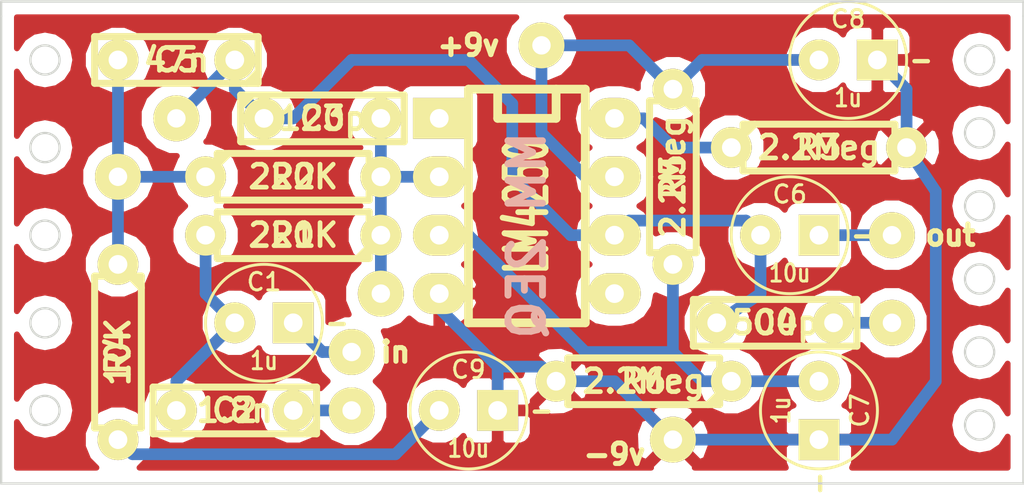
<source format=kicad_pcb>
(kicad_pcb (version 4) (host pcbnew "(2014-10-31 BZR 5247)-product")

  (general
    (links 32)
    (no_connects 0)
    (area 124.409999 40.513 168.960001 66.429128)
    (thickness 1.6)
    (drawings 22)
    (tracks 66)
    (zones 0)
    (modules 25)
    (nets 14)
  )

  (page A4)
  (layers
    (0 F.Cu signal)
    (31 B.Cu signal)
    (32 B.Adhes user)
    (33 F.Adhes user)
    (34 B.Paste user)
    (35 F.Paste user)
    (36 B.SilkS user)
    (37 F.SilkS user)
    (38 B.Mask user)
    (39 F.Mask user)
    (40 Dwgs.User user)
    (41 Cmts.User user)
    (42 Eco1.User user)
    (43 Eco2.User user)
    (44 Edge.Cuts user)
    (45 Margin user)
    (46 B.CrtYd user)
    (47 F.CrtYd user)
    (48 B.Fab user)
    (49 F.Fab user)
  )

  (setup
    (last_trace_width 0.508)
    (trace_clearance 0.508)
    (zone_clearance 0.508)
    (zone_45_only no)
    (trace_min 0.254)
    (segment_width 0.2)
    (edge_width 0.1)
    (via_size 0.889)
    (via_drill 0.635)
    (via_min_size 0.889)
    (via_min_drill 0.508)
    (uvia_size 0.508)
    (uvia_drill 0.127)
    (uvias_allowed no)
    (uvia_min_size 0.508)
    (uvia_min_drill 0.127)
    (pcb_text_width 0.3)
    (pcb_text_size 1.5 1.5)
    (mod_edge_width 0.15)
    (mod_text_size 1 1)
    (mod_text_width 0.15)
    (pad_size 1.5 1.5)
    (pad_drill 0.6)
    (pad_to_mask_clearance 0)
    (aux_axis_origin 0 0)
    (visible_elements 7FFEFF7F)
    (pcbplotparams
      (layerselection 0x00020_00000000)
      (usegerberextensions false)
      (excludeedgelayer false)
      (linewidth 0.100000)
      (plotframeref false)
      (viasonmask false)
      (mode 1)
      (useauxorigin false)
      (hpglpennumber 1)
      (hpglpenspeed 20)
      (hpglpendiameter 15)
      (hpglpenoverlay 2)
      (psnegative false)
      (psa4output false)
      (plotreference true)
      (plotvalue false)
      (plotinvisibletext false)
      (padsonsilk true)
      (subtractmaskfromsilk false)
      (outputformat 4)
      (mirror false)
      (drillshape 2)
      (scaleselection 1)
      (outputdirectory ""))
  )

  (net 0 "")
  (net 1 "Net-(C1-Pad1)")
  (net 2 "Net-(C3-Pad1)")
  (net 3 "Net-(C3-Pad2)")
  (net 4 "Net-(C5-Pad2)")
  (net 5 ref)
  (net 6 GND)
  (net 7 +9V)
  (net 8 "Net-(C9-Pad1)")
  (net 9 "Net-(R3-Pad1)")
  (net 10 "Net-(C1-Pad2)")
  (net 11 "Net-(C2-Pad1)")
  (net 12 "Net-(C4-Pad2)")
  (net 13 "Net-(C6-Pad2)")

  (net_class Default "This is the default net class."
    (clearance 0.508)
    (trace_width 0.508)
    (via_dia 0.889)
    (via_drill 0.635)
    (uvia_dia 0.508)
    (uvia_drill 0.127)
    (add_net +9V)
    (add_net GND)
    (add_net "Net-(C1-Pad1)")
    (add_net "Net-(C1-Pad2)")
    (add_net "Net-(C2-Pad1)")
    (add_net "Net-(C3-Pad1)")
    (add_net "Net-(C3-Pad2)")
    (add_net "Net-(C4-Pad2)")
    (add_net "Net-(C5-Pad2)")
    (add_net "Net-(C6-Pad2)")
    (add_net "Net-(C9-Pad1)")
    (add_net "Net-(R3-Pad1)")
    (add_net ref)
  )

  (module Custom:C1V5-LARGE_PADS (layer F.Cu) (tedit 544816F7) (tstamp 54498346)
    (at 135.89 57.15)
    (descr "Condensateur e = 1 pas")
    (tags C)
    (path /54496F72)
    (fp_text reference C1 (at 0 -1.778) (layer F.SilkS)
      (effects (font (size 0.762 0.762) (thickness 0.127)))
    )
    (fp_text value 1u (at 0 1.651) (layer F.SilkS)
      (effects (font (size 0.762 0.635) (thickness 0.127)))
    )
    (fp_text user - (at 3.175 0) (layer F.SilkS)
      (effects (font (size 0.762 0.762) (thickness 0.1905)))
    )
    (fp_circle (center 0 0) (end 0.127 -2.54) (layer F.SilkS) (width 0.127))
    (pad 1 thru_hole circle (at -1.27 0) (size 1.778 1.778) (drill 0.8128) (layers *.Cu *.Mask F.SilkS)
      (net 1 "Net-(C1-Pad1)"))
    (pad 2 thru_hole rect (at 1.27 0) (size 1.778 1.778) (drill 0.8128) (layers *.Cu *.Mask F.SilkS)
      (net 10 "Net-(C1-Pad2)"))
    (model discret/c_vert_c1v5.wrl
      (at (xyz 0 0 0))
      (scale (xyz 1 1 1))
      (rotate (xyz 0 0 0))
    )
  )

  (module Custom:C2-LARGE_PADS (layer F.Cu) (tedit 544816E5) (tstamp 5449834C)
    (at 134.62 60.96 180)
    (descr "Condensateur = 2 pas")
    (tags C)
    (path /54496F0A)
    (fp_text reference C2 (at 0 0 180) (layer F.SilkS)
      (effects (font (size 1 1) (thickness 0.2032)))
    )
    (fp_text value 1.8n (at 0 0 180) (layer F.SilkS)
      (effects (font (size 1 1) (thickness 0.2032)))
    )
    (fp_line (start -3.556 -1.016) (end 3.556 -1.016) (layer F.SilkS) (width 0.3048))
    (fp_line (start 3.556 -1.016) (end 3.556 1.016) (layer F.SilkS) (width 0.3048))
    (fp_line (start 3.556 1.016) (end -3.556 1.016) (layer F.SilkS) (width 0.3048))
    (fp_line (start -3.556 1.016) (end -3.556 -1.016) (layer F.SilkS) (width 0.3048))
    (fp_line (start -3.556 -0.508) (end -3.048 -1.016) (layer F.SilkS) (width 0.3048))
    (pad 1 thru_hole circle (at -2.54 0 180) (size 1.778 1.778) (drill 0.8128) (layers *.Cu *.Mask F.SilkS)
      (net 11 "Net-(C2-Pad1)"))
    (pad 2 thru_hole circle (at 2.54 0 180) (size 1.778 1.778) (drill 0.8128) (layers *.Cu *.Mask F.SilkS)
      (net 1 "Net-(C1-Pad1)"))
    (model discret/capa_2pas_5x5mm.wrl
      (at (xyz 0 0 0))
      (scale (xyz 1 1 1))
      (rotate (xyz 0 0 0))
    )
  )

  (module Custom:C2-LARGE_PADS locked (layer F.Cu) (tedit 544816E5) (tstamp 54498352)
    (at 138.43 48.26)
    (descr "Condensateur = 2 pas")
    (tags C)
    (path /54496DEE)
    (fp_text reference C3 (at 0 0) (layer F.SilkS)
      (effects (font (size 1 1) (thickness 0.2032)))
    )
    (fp_text value 120p (at 0 0) (layer F.SilkS)
      (effects (font (size 1 1) (thickness 0.2032)))
    )
    (fp_line (start -3.556 -1.016) (end 3.556 -1.016) (layer F.SilkS) (width 0.3048))
    (fp_line (start 3.556 -1.016) (end 3.556 1.016) (layer F.SilkS) (width 0.3048))
    (fp_line (start 3.556 1.016) (end -3.556 1.016) (layer F.SilkS) (width 0.3048))
    (fp_line (start -3.556 1.016) (end -3.556 -1.016) (layer F.SilkS) (width 0.3048))
    (fp_line (start -3.556 -0.508) (end -3.048 -1.016) (layer F.SilkS) (width 0.3048))
    (pad 1 thru_hole circle (at -2.54 0) (size 1.778 1.778) (drill 0.8128) (layers *.Cu *.Mask F.SilkS)
      (net 2 "Net-(C3-Pad1)"))
    (pad 2 thru_hole circle (at 2.54 0) (size 1.778 1.778) (drill 0.8128) (layers *.Cu *.Mask F.SilkS)
      (net 3 "Net-(C3-Pad2)"))
    (model discret/capa_2pas_5x5mm.wrl
      (at (xyz 0 0 0))
      (scale (xyz 1 1 1))
      (rotate (xyz 0 0 0))
    )
  )

  (module Custom:C2-LARGE_PADS (layer F.Cu) (tedit 544816E5) (tstamp 544A5383)
    (at 158.115 57.15)
    (descr "Condensateur = 2 pas")
    (tags C)
    (path /54496F42)
    (fp_text reference C4 (at 0 0) (layer F.SilkS)
      (effects (font (size 1 1) (thickness 0.2032)))
    )
    (fp_text value 500p (at 0 0) (layer F.SilkS)
      (effects (font (size 1 1) (thickness 0.2032)))
    )
    (fp_line (start -3.556 -1.016) (end 3.556 -1.016) (layer F.SilkS) (width 0.3048))
    (fp_line (start 3.556 -1.016) (end 3.556 1.016) (layer F.SilkS) (width 0.3048))
    (fp_line (start 3.556 1.016) (end -3.556 1.016) (layer F.SilkS) (width 0.3048))
    (fp_line (start -3.556 1.016) (end -3.556 -1.016) (layer F.SilkS) (width 0.3048))
    (fp_line (start -3.556 -0.508) (end -3.048 -1.016) (layer F.SilkS) (width 0.3048))
    (pad 1 thru_hole circle (at -2.54 0) (size 1.778 1.778) (drill 0.8128) (layers *.Cu *.Mask F.SilkS)
      (net 2 "Net-(C3-Pad1)"))
    (pad 2 thru_hole circle (at 2.54 0) (size 1.778 1.778) (drill 0.8128) (layers *.Cu *.Mask F.SilkS)
      (net 12 "Net-(C4-Pad2)"))
    (model discret/capa_2pas_5x5mm.wrl
      (at (xyz 0 0 0))
      (scale (xyz 1 1 1))
      (rotate (xyz 0 0 0))
    )
  )

  (module Custom:C2-LARGE_PADS (layer F.Cu) (tedit 544816E5) (tstamp 5449835E)
    (at 132.08 45.72 180)
    (descr "Condensateur = 2 pas")
    (tags C)
    (path /54496E83)
    (fp_text reference C5 (at 0 0 180) (layer F.SilkS)
      (effects (font (size 1 1) (thickness 0.2032)))
    )
    (fp_text value 47n (at 0 0 180) (layer F.SilkS)
      (effects (font (size 1 1) (thickness 0.2032)))
    )
    (fp_line (start -3.556 -1.016) (end 3.556 -1.016) (layer F.SilkS) (width 0.3048))
    (fp_line (start 3.556 -1.016) (end 3.556 1.016) (layer F.SilkS) (width 0.3048))
    (fp_line (start 3.556 1.016) (end -3.556 1.016) (layer F.SilkS) (width 0.3048))
    (fp_line (start -3.556 1.016) (end -3.556 -1.016) (layer F.SilkS) (width 0.3048))
    (fp_line (start -3.556 -0.508) (end -3.048 -1.016) (layer F.SilkS) (width 0.3048))
    (pad 1 thru_hole circle (at -2.54 0 180) (size 1.778 1.778) (drill 0.8128) (layers *.Cu *.Mask F.SilkS)
      (net 2 "Net-(C3-Pad1)"))
    (pad 2 thru_hole circle (at 2.54 0 180) (size 1.778 1.778) (drill 0.8128) (layers *.Cu *.Mask F.SilkS)
      (net 4 "Net-(C5-Pad2)"))
    (model discret/capa_2pas_5x5mm.wrl
      (at (xyz 0 0 0))
      (scale (xyz 1 1 1))
      (rotate (xyz 0 0 0))
    )
  )

  (module Custom:C1V5-LARGE_PADS (layer F.Cu) (tedit 544816F7) (tstamp 54498364)
    (at 158.75 53.34)
    (descr "Condensateur e = 1 pas")
    (tags C)
    (path /54496FDD)
    (fp_text reference C6 (at 0 -1.778) (layer F.SilkS)
      (effects (font (size 0.762 0.762) (thickness 0.127)))
    )
    (fp_text value 10u (at 0 1.651) (layer F.SilkS)
      (effects (font (size 0.762 0.635) (thickness 0.127)))
    )
    (fp_text user - (at 3.175 0) (layer F.SilkS)
      (effects (font (size 0.762 0.762) (thickness 0.1905)))
    )
    (fp_circle (center 0 0) (end 0.127 -2.54) (layer F.SilkS) (width 0.127))
    (pad 1 thru_hole circle (at -1.27 0) (size 1.778 1.778) (drill 0.8128) (layers *.Cu *.Mask F.SilkS)
      (net 2 "Net-(C3-Pad1)"))
    (pad 2 thru_hole rect (at 1.27 0) (size 1.778 1.778) (drill 0.8128) (layers *.Cu *.Mask F.SilkS)
      (net 13 "Net-(C6-Pad2)"))
    (model discret/c_vert_c1v5.wrl
      (at (xyz 0 0 0))
      (scale (xyz 1 1 1))
      (rotate (xyz 0 0 0))
    )
  )

  (module Custom:C1V5-LARGE_PADS (layer F.Cu) (tedit 544816F7) (tstamp 5449836A)
    (at 160.02 60.96 270)
    (descr "Condensateur e = 1 pas")
    (tags C)
    (path /5449C54A)
    (fp_text reference C7 (at 0 -1.778 270) (layer F.SilkS)
      (effects (font (size 0.762 0.762) (thickness 0.127)))
    )
    (fp_text value 1u (at 0 1.651 270) (layer F.SilkS)
      (effects (font (size 0.762 0.635) (thickness 0.127)))
    )
    (fp_text user - (at 3.175 0 270) (layer F.SilkS)
      (effects (font (size 0.762 0.762) (thickness 0.1905)))
    )
    (fp_circle (center 0 0) (end 0.127 -2.54) (layer F.SilkS) (width 0.127))
    (pad 1 thru_hole circle (at -1.27 0 270) (size 1.778 1.778) (drill 0.8128) (layers *.Cu *.Mask F.SilkS)
      (net 5 ref))
    (pad 2 thru_hole rect (at 1.27 0 270) (size 1.778 1.778) (drill 0.8128) (layers *.Cu *.Mask F.SilkS)
      (net 6 GND))
    (model discret/c_vert_c1v5.wrl
      (at (xyz 0 0 0))
      (scale (xyz 1 1 1))
      (rotate (xyz 0 0 0))
    )
  )

  (module Custom:C1V5-LARGE_PADS (layer F.Cu) (tedit 544816F7) (tstamp 54498370)
    (at 161.29 45.72)
    (descr "Condensateur e = 1 pas")
    (tags C)
    (path /5449C586)
    (fp_text reference C8 (at 0 -1.778) (layer F.SilkS)
      (effects (font (size 0.762 0.762) (thickness 0.127)))
    )
    (fp_text value 1u (at 0 1.651) (layer F.SilkS)
      (effects (font (size 0.762 0.635) (thickness 0.127)))
    )
    (fp_text user - (at 3.175 0) (layer F.SilkS)
      (effects (font (size 0.762 0.762) (thickness 0.1905)))
    )
    (fp_circle (center 0 0) (end 0.127 -2.54) (layer F.SilkS) (width 0.127))
    (pad 1 thru_hole circle (at -1.27 0) (size 1.778 1.778) (drill 0.8128) (layers *.Cu *.Mask F.SilkS)
      (net 7 +9V))
    (pad 2 thru_hole rect (at 1.27 0) (size 1.778 1.778) (drill 0.8128) (layers *.Cu *.Mask F.SilkS)
      (net 6 GND))
    (model discret/c_vert_c1v5.wrl
      (at (xyz 0 0 0))
      (scale (xyz 1 1 1))
      (rotate (xyz 0 0 0))
    )
  )

  (module Custom:C1V5-LARGE_PADS (layer F.Cu) (tedit 544816F7) (tstamp 54498376)
    (at 144.78 60.96)
    (descr "Condensateur e = 1 pas")
    (tags C)
    (path /54497AD6)
    (fp_text reference C9 (at 0 -1.778) (layer F.SilkS)
      (effects (font (size 0.762 0.762) (thickness 0.127)))
    )
    (fp_text value 10u (at 0 1.651) (layer F.SilkS)
      (effects (font (size 0.762 0.635) (thickness 0.127)))
    )
    (fp_text user - (at 3.175 0) (layer F.SilkS)
      (effects (font (size 0.762 0.762) (thickness 0.1905)))
    )
    (fp_circle (center 0 0) (end 0.127 -2.54) (layer F.SilkS) (width 0.127))
    (pad 1 thru_hole circle (at -1.27 0) (size 1.778 1.778) (drill 0.8128) (layers *.Cu *.Mask F.SilkS)
      (net 8 "Net-(C9-Pad1)"))
    (pad 2 thru_hole rect (at 1.27 0) (size 1.778 1.778) (drill 0.8128) (layers *.Cu *.Mask F.SilkS)
      (net 6 GND))
    (model discret/c_vert_c1v5.wrl
      (at (xyz 0 0 0))
      (scale (xyz 1 1 1))
      (rotate (xyz 0 0 0))
    )
  )

  (module Custom:R3-LARGE_PADS locked (layer F.Cu) (tedit 544816C3) (tstamp 5449837C)
    (at 137.16 53.34 180)
    (descr "Resitance 3 pas")
    (tags R)
    (path /54496D20)
    (autoplace_cost180 10)
    (fp_text reference R1 (at 0 0 180) (layer F.SilkS)
      (effects (font (size 1 1) (thickness 0.2032)))
    )
    (fp_text value 220K (at 0 0 180) (layer F.SilkS)
      (effects (font (size 1 1) (thickness 0.2032)))
    )
    (fp_line (start -3.81 0) (end -3.302 0) (layer F.SilkS) (width 0.3048))
    (fp_line (start 3.81 0) (end 3.302 0) (layer F.SilkS) (width 0.3048))
    (fp_line (start 3.302 0) (end 3.302 -1.016) (layer F.SilkS) (width 0.3048))
    (fp_line (start 3.302 -1.016) (end -3.302 -1.016) (layer F.SilkS) (width 0.3048))
    (fp_line (start -3.302 -1.016) (end -3.302 1.016) (layer F.SilkS) (width 0.3048))
    (fp_line (start -3.302 1.016) (end 3.302 1.016) (layer F.SilkS) (width 0.3048))
    (fp_line (start 3.302 1.016) (end 3.302 0) (layer F.SilkS) (width 0.3048))
    (fp_line (start -3.302 -0.508) (end -2.794 -1.016) (layer F.SilkS) (width 0.3048))
    (pad 1 thru_hole circle (at -3.81 0 180) (size 1.778 1.778) (drill 0.8128) (layers *.Cu *.Mask F.SilkS)
      (net 3 "Net-(C3-Pad2)"))
    (pad 2 thru_hole circle (at 3.81 0 180) (size 1.778 1.778) (drill 0.8128) (layers *.Cu *.Mask F.SilkS)
      (net 1 "Net-(C1-Pad1)"))
    (model discret/resistor.wrl
      (at (xyz 0 0 0))
      (scale (xyz 0.3 0.3 0.3))
      (rotate (xyz 0 0 0))
    )
  )

  (module Custom:R3-LARGE_PADS locked (layer F.Cu) (tedit 544816C3) (tstamp 54498382)
    (at 137.16 50.8)
    (descr "Resitance 3 pas")
    (tags R)
    (path /544977F3)
    (autoplace_cost180 10)
    (fp_text reference R2 (at 0 0) (layer F.SilkS)
      (effects (font (size 1 1) (thickness 0.2032)))
    )
    (fp_text value 220K (at 0 0) (layer F.SilkS)
      (effects (font (size 1 1) (thickness 0.2032)))
    )
    (fp_line (start -3.81 0) (end -3.302 0) (layer F.SilkS) (width 0.3048))
    (fp_line (start 3.81 0) (end 3.302 0) (layer F.SilkS) (width 0.3048))
    (fp_line (start 3.302 0) (end 3.302 -1.016) (layer F.SilkS) (width 0.3048))
    (fp_line (start 3.302 -1.016) (end -3.302 -1.016) (layer F.SilkS) (width 0.3048))
    (fp_line (start -3.302 -1.016) (end -3.302 1.016) (layer F.SilkS) (width 0.3048))
    (fp_line (start -3.302 1.016) (end 3.302 1.016) (layer F.SilkS) (width 0.3048))
    (fp_line (start 3.302 1.016) (end 3.302 0) (layer F.SilkS) (width 0.3048))
    (fp_line (start -3.302 -0.508) (end -2.794 -1.016) (layer F.SilkS) (width 0.3048))
    (pad 1 thru_hole circle (at -3.81 0) (size 1.778 1.778) (drill 0.8128) (layers *.Cu *.Mask F.SilkS)
      (net 4 "Net-(C5-Pad2)"))
    (pad 2 thru_hole circle (at 3.81 0) (size 1.778 1.778) (drill 0.8128) (layers *.Cu *.Mask F.SilkS)
      (net 3 "Net-(C3-Pad2)"))
    (model discret/resistor.wrl
      (at (xyz 0 0 0))
      (scale (xyz 0.3 0.3 0.3))
      (rotate (xyz 0 0 0))
    )
  )

  (module Custom:R3-LARGE_PADS (layer F.Cu) (tedit 544816C3) (tstamp 54498388)
    (at 160.02 49.53)
    (descr "Resitance 3 pas")
    (tags R)
    (path /54496CF3)
    (autoplace_cost180 10)
    (fp_text reference R3 (at 0 0) (layer F.SilkS)
      (effects (font (size 1 1) (thickness 0.2032)))
    )
    (fp_text value 2.2Meg (at 0 0) (layer F.SilkS)
      (effects (font (size 1 1) (thickness 0.2032)))
    )
    (fp_line (start -3.81 0) (end -3.302 0) (layer F.SilkS) (width 0.3048))
    (fp_line (start 3.81 0) (end 3.302 0) (layer F.SilkS) (width 0.3048))
    (fp_line (start 3.302 0) (end 3.302 -1.016) (layer F.SilkS) (width 0.3048))
    (fp_line (start 3.302 -1.016) (end -3.302 -1.016) (layer F.SilkS) (width 0.3048))
    (fp_line (start -3.302 -1.016) (end -3.302 1.016) (layer F.SilkS) (width 0.3048))
    (fp_line (start -3.302 1.016) (end 3.302 1.016) (layer F.SilkS) (width 0.3048))
    (fp_line (start 3.302 1.016) (end 3.302 0) (layer F.SilkS) (width 0.3048))
    (fp_line (start -3.302 -0.508) (end -2.794 -1.016) (layer F.SilkS) (width 0.3048))
    (pad 1 thru_hole circle (at -3.81 0) (size 1.778 1.778) (drill 0.8128) (layers *.Cu *.Mask F.SilkS)
      (net 9 "Net-(R3-Pad1)"))
    (pad 2 thru_hole circle (at 3.81 0) (size 1.778 1.778) (drill 0.8128) (layers *.Cu *.Mask F.SilkS)
      (net 6 GND))
    (model discret/resistor.wrl
      (at (xyz 0 0 0))
      (scale (xyz 0.3 0.3 0.3))
      (rotate (xyz 0 0 0))
    )
  )

  (module Custom:R3-LARGE_PADS (layer F.Cu) (tedit 544816C3) (tstamp 5449838E)
    (at 129.54 58.42 270)
    (descr "Resitance 3 pas")
    (tags R)
    (path /54497A94)
    (autoplace_cost180 10)
    (fp_text reference R4 (at 0 0 270) (layer F.SilkS)
      (effects (font (size 1 1) (thickness 0.2032)))
    )
    (fp_text value 10K (at 0 0 270) (layer F.SilkS)
      (effects (font (size 1 1) (thickness 0.2032)))
    )
    (fp_line (start -3.81 0) (end -3.302 0) (layer F.SilkS) (width 0.3048))
    (fp_line (start 3.81 0) (end 3.302 0) (layer F.SilkS) (width 0.3048))
    (fp_line (start 3.302 0) (end 3.302 -1.016) (layer F.SilkS) (width 0.3048))
    (fp_line (start 3.302 -1.016) (end -3.302 -1.016) (layer F.SilkS) (width 0.3048))
    (fp_line (start -3.302 -1.016) (end -3.302 1.016) (layer F.SilkS) (width 0.3048))
    (fp_line (start -3.302 1.016) (end 3.302 1.016) (layer F.SilkS) (width 0.3048))
    (fp_line (start 3.302 1.016) (end 3.302 0) (layer F.SilkS) (width 0.3048))
    (fp_line (start -3.302 -0.508) (end -2.794 -1.016) (layer F.SilkS) (width 0.3048))
    (pad 1 thru_hole circle (at -3.81 0 270) (size 1.778 1.778) (drill 0.8128) (layers *.Cu *.Mask F.SilkS)
      (net 4 "Net-(C5-Pad2)"))
    (pad 2 thru_hole circle (at 3.81 0 270) (size 1.778 1.778) (drill 0.8128) (layers *.Cu *.Mask F.SilkS)
      (net 8 "Net-(C9-Pad1)"))
    (model discret/resistor.wrl
      (at (xyz 0 0 0))
      (scale (xyz 0.3 0.3 0.3))
      (rotate (xyz 0 0 0))
    )
  )

  (module Custom:R3-LARGE_PADS (layer F.Cu) (tedit 544816C3) (tstamp 54498394)
    (at 153.67 50.8 270)
    (descr "Resitance 3 pas")
    (tags R)
    (path /5449C4D1)
    (autoplace_cost180 10)
    (fp_text reference R5 (at 0 0 270) (layer F.SilkS)
      (effects (font (size 1 1) (thickness 0.2032)))
    )
    (fp_text value 2.2Meg (at 0 0 270) (layer F.SilkS)
      (effects (font (size 1 1) (thickness 0.2032)))
    )
    (fp_line (start -3.81 0) (end -3.302 0) (layer F.SilkS) (width 0.3048))
    (fp_line (start 3.81 0) (end 3.302 0) (layer F.SilkS) (width 0.3048))
    (fp_line (start 3.302 0) (end 3.302 -1.016) (layer F.SilkS) (width 0.3048))
    (fp_line (start 3.302 -1.016) (end -3.302 -1.016) (layer F.SilkS) (width 0.3048))
    (fp_line (start -3.302 -1.016) (end -3.302 1.016) (layer F.SilkS) (width 0.3048))
    (fp_line (start -3.302 1.016) (end 3.302 1.016) (layer F.SilkS) (width 0.3048))
    (fp_line (start 3.302 1.016) (end 3.302 0) (layer F.SilkS) (width 0.3048))
    (fp_line (start -3.302 -0.508) (end -2.794 -1.016) (layer F.SilkS) (width 0.3048))
    (pad 1 thru_hole circle (at -3.81 0 270) (size 1.778 1.778) (drill 0.8128) (layers *.Cu *.Mask F.SilkS)
      (net 7 +9V))
    (pad 2 thru_hole circle (at 3.81 0 270) (size 1.778 1.778) (drill 0.8128) (layers *.Cu *.Mask F.SilkS)
      (net 5 ref))
    (model discret/resistor.wrl
      (at (xyz 0 0 0))
      (scale (xyz 0.3 0.3 0.3))
      (rotate (xyz 0 0 0))
    )
  )

  (module Custom:R3-LARGE_PADS (layer F.Cu) (tedit 544816C3) (tstamp 5449839A)
    (at 152.4 59.69 180)
    (descr "Resitance 3 pas")
    (tags R)
    (path /5449C50F)
    (autoplace_cost180 10)
    (fp_text reference R6 (at 0 0 180) (layer F.SilkS)
      (effects (font (size 1 1) (thickness 0.2032)))
    )
    (fp_text value 2.2Meg (at 0 0 180) (layer F.SilkS)
      (effects (font (size 1 1) (thickness 0.2032)))
    )
    (fp_line (start -3.81 0) (end -3.302 0) (layer F.SilkS) (width 0.3048))
    (fp_line (start 3.81 0) (end 3.302 0) (layer F.SilkS) (width 0.3048))
    (fp_line (start 3.302 0) (end 3.302 -1.016) (layer F.SilkS) (width 0.3048))
    (fp_line (start 3.302 -1.016) (end -3.302 -1.016) (layer F.SilkS) (width 0.3048))
    (fp_line (start -3.302 -1.016) (end -3.302 1.016) (layer F.SilkS) (width 0.3048))
    (fp_line (start -3.302 1.016) (end 3.302 1.016) (layer F.SilkS) (width 0.3048))
    (fp_line (start 3.302 1.016) (end 3.302 0) (layer F.SilkS) (width 0.3048))
    (fp_line (start -3.302 -0.508) (end -2.794 -1.016) (layer F.SilkS) (width 0.3048))
    (pad 1 thru_hole circle (at -3.81 0 180) (size 1.778 1.778) (drill 0.8128) (layers *.Cu *.Mask F.SilkS)
      (net 5 ref))
    (pad 2 thru_hole circle (at 3.81 0 180) (size 1.778 1.778) (drill 0.8128) (layers *.Cu *.Mask F.SilkS)
      (net 6 GND))
    (model discret/resistor.wrl
      (at (xyz 0 0 0))
      (scale (xyz 0.3 0.3 0.3))
      (rotate (xyz 0 0 0))
    )
  )

  (module Custom:DIP-8_LARGE_PADS (layer F.Cu) (tedit 544A52EB) (tstamp 544983A6)
    (at 147.32 52.07 270)
    (descr "8 pins DIL package, elliptical pads")
    (tags DIL)
    (path /54496CAB)
    (fp_text reference U1 (at -6.35 0 360) (layer F.SilkS) hide
      (effects (font (size 1.778 1.143) (thickness 0.28575)))
    )
    (fp_text value LM4250 (at 0 0 270) (layer F.SilkS)
      (effects (font (size 1.778 1.016) (thickness 0.3048)))
    )
    (fp_line (start -5.08 -1.27) (end -3.81 -1.27) (layer F.SilkS) (width 0.381))
    (fp_line (start -3.81 -1.27) (end -3.81 1.27) (layer F.SilkS) (width 0.381))
    (fp_line (start -3.81 1.27) (end -5.08 1.27) (layer F.SilkS) (width 0.381))
    (fp_line (start -5.08 -2.54) (end 5.08 -2.54) (layer F.SilkS) (width 0.381))
    (fp_line (start 5.08 -2.54) (end 5.08 2.54) (layer F.SilkS) (width 0.381))
    (fp_line (start 5.08 2.54) (end -5.08 2.54) (layer F.SilkS) (width 0.381))
    (fp_line (start -5.08 2.54) (end -5.08 -2.54) (layer F.SilkS) (width 0.381))
    (pad 1 thru_hole rect (at -3.81 3.81 270) (size 1.778 2.286) (drill 0.8128) (layers *.Cu *.Mask F.SilkS))
    (pad 2 thru_hole oval (at -1.27 3.81 270) (size 1.778 2.286) (drill 0.8128) (layers *.Cu *.Mask F.SilkS)
      (net 3 "Net-(C3-Pad2)"))
    (pad 3 thru_hole oval (at 1.27 3.81 270) (size 1.778 2.286) (drill 0.8128) (layers *.Cu *.Mask F.SilkS)
      (net 5 ref))
    (pad 4 thru_hole oval (at 3.81 3.81 270) (size 1.778 2.286) (drill 0.8128) (layers *.Cu *.Mask F.SilkS)
      (net 6 GND))
    (pad 5 thru_hole oval (at 3.81 -3.81 270) (size 1.778 2.286) (drill 0.8128) (layers *.Cu *.Mask F.SilkS))
    (pad 6 thru_hole oval (at 1.27 -3.81 270) (size 1.778 2.286) (drill 0.8128) (layers *.Cu *.Mask F.SilkS)
      (net 2 "Net-(C3-Pad1)"))
    (pad 7 thru_hole oval (at -1.27 -3.81 270) (size 1.778 2.286) (drill 0.8128) (layers *.Cu *.Mask F.SilkS)
      (net 7 +9V))
    (pad 8 thru_hole oval (at -3.81 -3.81 270) (size 1.778 2.286) (drill 0.8128) (layers *.Cu *.Mask F.SilkS)
      (net 9 "Net-(R3-Pad1)"))
    (model dil/dil_8.wrl
      (at (xyz 0 0 0))
      (scale (xyz 1 1 1))
      (rotate (xyz 0 0 0))
    )
  )

  (module Wire_Pads:SolderWirePad_single_0-8mmDrill (layer F.Cu) (tedit 544A53D2) (tstamp 544A4F66)
    (at 139.7 58.42)
    (path /5449ABBF)
    (fp_text reference P1 (at 0 -2.54) (layer F.SilkS) hide
      (effects (font (thickness 0.3048)))
    )
    (fp_text value in (at 0 2.54) (layer F.SilkS) hide
      (effects (font (size 1.50114 1.50114) (thickness 0.20066)))
    )
    (pad 1 thru_hole circle (at 0 0) (size 1.99898 1.99898) (drill 0.8001) (layers *.Cu *.Mask F.SilkS)
      (net 10 "Net-(C1-Pad2)"))
  )

  (module Wire_Pads:SolderWirePad_single_0-8mmDrill (layer F.Cu) (tedit 544A53CE) (tstamp 544A4F6B)
    (at 139.7 60.96)
    (path /5449833A)
    (fp_text reference P2 (at 0 -2.54) (layer F.SilkS) hide
      (effects (font (thickness 0.3048)))
    )
    (fp_text value rv1.1 (at 0 2.54) (layer F.SilkS) hide
      (effects (font (size 1.50114 1.50114) (thickness 0.20066)))
    )
    (pad 1 thru_hole circle (at 0 0) (size 1.99898 1.99898) (drill 0.8001) (layers *.Cu *.Mask F.SilkS)
      (net 11 "Net-(C2-Pad1)"))
  )

  (module Wire_Pads:SolderWirePad_single_0-8mmDrill locked (layer F.Cu) (tedit 544A53D6) (tstamp 544A4F70)
    (at 140.97 55.88)
    (path /54498426)
    (fp_text reference P3 (at 0 -2.54) (layer F.SilkS) hide
      (effects (font (thickness 0.3048)))
    )
    (fp_text value rv1.2 (at 0 2.54) (layer F.SilkS) hide
      (effects (font (size 1.50114 1.50114) (thickness 0.20066)))
    )
    (pad 1 thru_hole circle (at 0 0) (size 1.99898 1.99898) (drill 0.8001) (layers *.Cu *.Mask F.SilkS)
      (net 3 "Net-(C3-Pad2)"))
  )

  (module Wire_Pads:SolderWirePad_single_0-8mmDrill (layer F.Cu) (tedit 544A53C2) (tstamp 544A5ED1)
    (at 163.195 57.15)
    (path /54498452)
    (fp_text reference P4 (at 0 -2.54) (layer F.SilkS) hide
      (effects (font (thickness 0.3048)))
    )
    (fp_text value rv1.3 (at 0 2.54) (layer F.SilkS) hide
      (effects (font (size 1.50114 1.50114) (thickness 0.20066)))
    )
    (pad 1 thru_hole circle (at 0 0) (size 1.99898 1.99898) (drill 0.8001) (layers *.Cu *.Mask F.SilkS)
      (net 12 "Net-(C4-Pad2)"))
  )

  (module Wire_Pads:SolderWirePad_single_0-8mmDrill (layer F.Cu) (tedit 544A53BE) (tstamp 544A4F7A)
    (at 129.54 50.8)
    (path /5449A05B)
    (fp_text reference P5 (at 0 -2.54) (layer F.SilkS) hide
      (effects (font (thickness 0.3048)))
    )
    (fp_text value rv2.3 (at 0 2.54) (layer F.SilkS) hide
      (effects (font (size 1.50114 1.50114) (thickness 0.20066)))
    )
    (pad 1 thru_hole circle (at 0 0) (size 1.99898 1.99898) (drill 0.8001) (layers *.Cu *.Mask F.SilkS)
      (net 4 "Net-(C5-Pad2)"))
  )

  (module Wire_Pads:SolderWirePad_single_0-8mmDrill (layer F.Cu) (tedit 544A583F) (tstamp 544A4F7F)
    (at 132.08 48.26)
    (path /5449A0F5)
    (fp_text reference P6 (at 0 -2.54) (layer F.SilkS) hide
      (effects (font (thickness 0.3048)))
    )
    (fp_text value rv2.2 (at 0 2.54) (layer F.SilkS) hide
      (effects (font (size 1.50114 1.50114) (thickness 0.20066)))
    )
    (pad 1 thru_hole circle (at 0 0) (size 1.99898 1.99898) (drill 0.8001) (layers *.Cu *.Mask F.SilkS)
      (net 2 "Net-(C3-Pad1)"))
  )

  (module Wire_Pads:SolderWirePad_single_0-8mmDrill (layer F.Cu) (tedit 544A53BA) (tstamp 544A4F84)
    (at 163.195 53.34)
    (path /54499271)
    (fp_text reference P7 (at 0 -2.54) (layer F.SilkS) hide
      (effects (font (thickness 0.3048)))
    )
    (fp_text value out (at 0 2.54) (layer F.SilkS) hide
      (effects (font (size 1.50114 1.50114) (thickness 0.20066)))
    )
    (pad 1 thru_hole circle (at 0 0) (size 1.99898 1.99898) (drill 0.8001) (layers *.Cu *.Mask F.SilkS)
      (net 13 "Net-(C6-Pad2)"))
  )

  (module Wire_Pads:SolderWirePad_single_0-8mmDrill (layer F.Cu) (tedit 544A53A7) (tstamp 544A4F89)
    (at 147.955 45.085)
    (path /5449D063)
    (fp_text reference P8 (at 0 -2.54) (layer F.SilkS) hide
      (effects (font (thickness 0.3048)))
    )
    (fp_text value +9V (at 0 2.54) (layer F.SilkS) hide
      (effects (font (size 1.50114 1.50114) (thickness 0.20066)))
    )
    (pad 1 thru_hole circle (at 0 0) (size 1.99898 1.99898) (drill 0.8001) (layers *.Cu *.Mask F.SilkS)
      (net 7 +9V))
  )

  (module Wire_Pads:SolderWirePad_single_0-8mmDrill (layer F.Cu) (tedit 544A53C9) (tstamp 544A4F8E)
    (at 153.67 62.23)
    (path /5449D96D)
    (fp_text reference P9 (at 0 -2.54) (layer F.SilkS) hide
      (effects (font (thickness 0.3048)))
    )
    (fp_text value Gnd (at 0 2.54) (layer F.SilkS) hide
      (effects (font (size 1.50114 1.50114) (thickness 0.20066)))
    )
    (pad 1 thru_hole circle (at 0 0) (size 1.99898 1.99898) (drill 0.8001) (layers *.Cu *.Mask F.SilkS)
      (net 6 GND))
  )

  (gr_text "MM 2EQ" (at 147.32 53.34 90) (layer B.SilkS)
    (effects (font (size 1.5 1.5) (thickness 0.3)) (justify mirror))
  )
  (gr_text out (at 165.735 53.34) (layer F.SilkS)
    (effects (font (size 0.889 0.889) (thickness 0.22225)))
  )
  (gr_text in (at 141.605 58.42) (layer F.SilkS)
    (effects (font (size 0.889 0.889) (thickness 0.22225)))
  )
  (gr_text -9v (at 151.13 62.865) (layer F.SilkS)
    (effects (font (size 0.889 0.889) (thickness 0.22225)))
  )
  (gr_circle (center 126.365 60.96) (end 127 60.96) (layer Edge.Cuts) (width 0.1))
  (gr_circle (center 126.365 57.15) (end 127 57.15) (layer Edge.Cuts) (width 0.1))
  (gr_circle (center 126.365 53.34) (end 127 53.34) (layer Edge.Cuts) (width 0.1))
  (gr_circle (center 126.365 49.53) (end 127 49.53) (layer Edge.Cuts) (width 0.1))
  (gr_circle (center 126.365 45.72) (end 127 45.72) (layer Edge.Cuts) (width 0.1))
  (gr_circle (center 167.005 61.595) (end 167.64 61.595) (layer Edge.Cuts) (width 0.1))
  (gr_circle (center 167.005 58.42) (end 167.64 58.42) (layer Edge.Cuts) (width 0.1))
  (gr_circle (center 167.005 55.245) (end 167.64 55.245) (layer Edge.Cuts) (width 0.1))
  (gr_circle (center 167.005 52.07) (end 167.64 52.07) (layer Edge.Cuts) (width 0.1))
  (gr_circle (center 167.005 48.895) (end 167.64 48.895) (layer Edge.Cuts) (width 0.1))
  (gr_circle (center 167.005 45.72) (end 167.64 45.72) (layer Edge.Cuts) (width 0.1))
  (gr_line (start 168.91 43.18) (end 168.91 43.815) (angle 90) (layer Edge.Cuts) (width 0.1))
  (gr_line (start 124.46 43.18) (end 168.91 43.18) (angle 90) (layer Edge.Cuts) (width 0.1))
  (gr_line (start 124.46 43.815) (end 124.46 43.18) (angle 90) (layer Edge.Cuts) (width 0.1))
  (gr_line (start 124.46 64.135) (end 124.46 43.815) (angle 90) (layer Edge.Cuts) (width 0.1))
  (gr_line (start 168.91 43.815) (end 168.91 64.135) (angle 90) (layer Edge.Cuts) (width 0.1))
  (gr_line (start 124.46 64.135) (end 168.91 64.135) (angle 90) (layer Edge.Cuts) (width 0.1))
  (gr_text +9v (at 144.78 45.085) (layer F.SilkS)
    (effects (font (size 0.889 0.889) (thickness 0.22225)))
  )

  (segment (start 133.35 55.88) (end 134.62 57.15) (width 0.508) (layer B.Cu) (net 1) (tstamp 544A5951))
  (segment (start 133.35 53.34) (end 133.35 55.88) (width 0.508) (layer B.Cu) (net 1))
  (segment (start 132.08 59.69) (end 134.62 57.15) (width 0.508) (layer B.Cu) (net 1) (tstamp 544A5955))
  (segment (start 132.08 60.96) (end 132.08 59.69) (width 0.508) (layer B.Cu) (net 1))
  (segment (start 155.575 57.15) (end 157.48 55.88) (width 0.508) (layer B.Cu) (net 2) (status 10))
  (segment (start 157.48 55.88) (end 157.48 53.34) (width 0.508) (layer B.Cu) (net 2) (tstamp 544A58B6))
  (segment (start 156.845 52.705) (end 157.48 53.34) (width 0.508) (layer B.Cu) (net 2) (tstamp 544A58D3))
  (segment (start 151.765 52.705) (end 156.845 52.705) (width 0.508) (layer B.Cu) (net 2) (tstamp 544A58D1) (status 10))
  (segment (start 151.13 53.34) (end 151.765 52.705) (width 0.508) (layer B.Cu) (net 2) (status 30))
  (segment (start 132.08 48.26) (end 134.62 45.72) (width 0.508) (layer B.Cu) (net 2))
  (segment (start 134.62 46.99) (end 135.89 48.26) (width 0.508) (layer B.Cu) (net 2) (tstamp 544A5922))
  (segment (start 134.62 45.72) (end 134.62 46.99) (width 0.508) (layer B.Cu) (net 2))
  (segment (start 137.16 48.26) (end 139.7 45.72) (width 0.508) (layer B.Cu) (net 2) (tstamp 544A5927))
  (segment (start 139.7 45.72) (end 144.78 45.72) (width 0.508) (layer B.Cu) (net 2) (tstamp 544A5929))
  (segment (start 144.78 45.72) (end 146.685 47.625) (width 0.508) (layer B.Cu) (net 2) (tstamp 544A592C))
  (segment (start 146.685 47.625) (end 146.685 50.8) (width 0.508) (layer B.Cu) (net 2) (tstamp 544A592D))
  (segment (start 146.685 50.8) (end 149.225 53.34) (width 0.508) (layer B.Cu) (net 2) (tstamp 544A592F))
  (segment (start 149.225 53.34) (end 151.13 53.34) (width 0.508) (layer B.Cu) (net 2) (tstamp 544A5933))
  (segment (start 135.89 48.26) (end 137.16 48.26) (width 0.508) (layer B.Cu) (net 2))
  (segment (start 140.97 48.26) (end 140.97 50.8) (width 0.508) (layer B.Cu) (net 3))
  (segment (start 140.97 50.8) (end 143.51 50.8) (width 0.508) (layer B.Cu) (net 3))
  (segment (start 140.97 50.8) (end 140.97 53.34) (width 0.508) (layer B.Cu) (net 3))
  (segment (start 140.97 53.34) (end 140.97 55.88) (width 0.508) (layer B.Cu) (net 3))
  (segment (start 129.54 45.72) (end 129.54 50.8) (width 0.508) (layer B.Cu) (net 4))
  (segment (start 129.54 54.61) (end 129.54 50.8) (width 0.508) (layer B.Cu) (net 4))
  (segment (start 129.54 50.8) (end 133.35 50.8) (width 0.508) (layer B.Cu) (net 4))
  (segment (start 156.21 59.69) (end 160.02 59.69) (width 0.508) (layer B.Cu) (net 5))
  (segment (start 154.94 59.69) (end 153.67 58.42) (width 0.508) (layer B.Cu) (net 5) (tstamp 544A58DD))
  (segment (start 153.67 58.42) (end 153.67 54.61) (width 0.508) (layer B.Cu) (net 5) (tstamp 544A58E0))
  (segment (start 156.21 59.69) (end 154.94 59.69) (width 0.508) (layer B.Cu) (net 5))
  (segment (start 149.86 58.42) (end 144.78 53.34) (width 0.508) (layer B.Cu) (net 5) (tstamp 544A5946))
  (segment (start 144.78 53.34) (end 143.51 53.34) (width 0.508) (layer B.Cu) (net 5) (tstamp 544A5948))
  (segment (start 153.67 58.42) (end 149.86 58.42) (width 0.508) (layer B.Cu) (net 5))
  (segment (start 163.83 46.99) (end 163.83 49.53) (width 0.508) (layer B.Cu) (net 6) (tstamp 544A58AC))
  (segment (start 162.56 45.72) (end 163.83 46.99) (width 0.508) (layer B.Cu) (net 6))
  (segment (start 160.02 62.23) (end 153.67 62.23) (width 0.508) (layer B.Cu) (net 6))
  (segment (start 163.195 62.23) (end 165.1 59.69) (width 0.508) (layer B.Cu) (net 6) (tstamp 544A58E6))
  (segment (start 165.1 59.69) (end 165.1 51.435) (width 0.508) (layer B.Cu) (net 6) (tstamp 544A58E9))
  (segment (start 165.1 51.435) (end 163.83 49.53) (width 0.508) (layer B.Cu) (net 6) (tstamp 544A58EC))
  (segment (start 160.02 62.23) (end 163.195 62.23) (width 0.508) (layer B.Cu) (net 6))
  (segment (start 146.05 59.055) (end 146.05 60.96) (width 0.508) (layer B.Cu) (net 6) (tstamp 544A593C))
  (segment (start 143.51 56.515) (end 146.05 59.055) (width 0.508) (layer B.Cu) (net 6) (tstamp 544A5938))
  (segment (start 143.51 55.88) (end 143.51 56.515) (width 0.508) (layer B.Cu) (net 6))
  (segment (start 147.955 59.055) (end 148.59 59.69) (width 0.508) (layer B.Cu) (net 6) (tstamp 544A593F))
  (segment (start 146.05 59.055) (end 147.955 59.055) (width 0.508) (layer B.Cu) (net 6))
  (segment (start 151.13 59.69) (end 153.67 62.23) (width 0.508) (layer B.Cu) (net 6) (tstamp 544A5942))
  (segment (start 148.59 59.69) (end 151.13 59.69) (width 0.508) (layer B.Cu) (net 6))
  (segment (start 149.86 50.8) (end 147.955 48.895) (width 0.508) (layer B.Cu) (net 7))
  (segment (start 147.955 48.895) (end 147.955 48.26) (width 0.508) (layer B.Cu) (net 7))
  (segment (start 147.955 48.26) (end 147.955 45.085) (width 0.508) (layer B.Cu) (net 7) (status 20))
  (segment (start 151.13 50.8) (end 149.86 50.8) (width 0.508) (layer B.Cu) (net 7))
  (segment (start 154.94 45.72) (end 160.02 45.72) (width 0.508) (layer B.Cu) (net 7) (tstamp 544A587C))
  (segment (start 153.67 46.99) (end 154.94 45.72) (width 0.508) (layer B.Cu) (net 7))
  (segment (start 151.765 45.085) (end 147.955 45.085) (width 0.508) (layer B.Cu) (net 7) (tstamp 545541F0))
  (segment (start 153.67 46.99) (end 151.765 45.085) (width 0.508) (layer B.Cu) (net 7))
  (segment (start 130.175 62.865) (end 141.605 62.865) (width 0.508) (layer B.Cu) (net 8) (tstamp 544A595A))
  (segment (start 141.605 62.865) (end 143.51 60.96) (width 0.508) (layer B.Cu) (net 8) (tstamp 544A595F))
  (segment (start 129.54 62.23) (end 130.175 62.865) (width 0.508) (layer B.Cu) (net 8))
  (segment (start 153.67 49.53) (end 152.4 48.26) (width 0.508) (layer B.Cu) (net 9) (tstamp 544A58A0))
  (segment (start 152.4 48.26) (end 151.13 48.26) (width 0.508) (layer B.Cu) (net 9) (tstamp 544A58A1) (status 20))
  (segment (start 156.21 49.53) (end 153.67 49.53) (width 0.508) (layer B.Cu) (net 9))
  (segment (start 138.43 58.42) (end 137.16 57.15) (width 0.508) (layer B.Cu) (net 10) (tstamp 544A594D))
  (segment (start 139.7 58.42) (end 138.43 58.42) (width 0.508) (layer B.Cu) (net 10))
  (segment (start 137.16 60.96) (end 139.7 60.96) (width 0.508) (layer B.Cu) (net 11))
  (segment (start 160.655 57.15) (end 163.195 57.15) (width 0.508) (layer B.Cu) (net 12) (status 20))
  (segment (start 160.02 53.34) (end 163.195 53.34) (width 0.508) (layer B.Cu) (net 13) (status 20))

  (zone (net 6) (net_name GND) (layer F.Cu) (tstamp 544A5DE0) (hatch edge 0.508)
    (connect_pads (clearance 0.508))
    (min_thickness 0.254)
    (fill yes (arc_segments 16) (thermal_gap 0.508) (thermal_bridge_width 0.508))
    (polygon
      (pts
        (xy 168.91 64.135) (xy 124.46 64.135) (xy 124.46 43.18) (xy 168.91 43.18)
      )
    )
    (filled_polygon
      (pts
        (xy 168.225 63.45) (xy 165.365516 63.45) (xy 165.365516 49.768035) (xy 165.339723 49.1623) (xy 165.157539 48.722467)
        (xy 164.902196 48.637409) (xy 164.722591 48.817014) (xy 164.722591 48.457804) (xy 164.637533 48.202461) (xy 164.084 48.000314)
        (xy 164.084 46.73531) (xy 164.084 46.482691) (xy 164.084 46.00575) (xy 164.084 45.43425) (xy 164.084 44.957309)
        (xy 164.084 44.70469) (xy 163.987327 44.471301) (xy 163.808698 44.292673) (xy 163.575309 44.196) (xy 162.84575 44.196)
        (xy 162.687 44.35475) (xy 162.687 45.593) (xy 163.92525 45.593) (xy 164.084 45.43425) (xy 164.084 46.00575)
        (xy 163.92525 45.847) (xy 162.687 45.847) (xy 162.687 47.08525) (xy 162.84575 47.244) (xy 163.575309 47.244)
        (xy 163.808698 47.147327) (xy 163.987327 46.968699) (xy 164.084 46.73531) (xy 164.084 48.000314) (xy 164.068035 47.994484)
        (xy 163.4623 48.020277) (xy 163.022467 48.202461) (xy 162.937409 48.457804) (xy 163.83 49.350395) (xy 164.722591 48.457804)
        (xy 164.722591 48.817014) (xy 164.009605 49.53) (xy 164.902196 50.422591) (xy 165.157539 50.337533) (xy 165.365516 49.768035)
        (xy 165.365516 63.45) (xy 164.829774 63.45) (xy 164.829774 56.826306) (xy 164.829774 53.016306) (xy 164.722591 52.756903)
        (xy 164.722591 50.602196) (xy 163.83 49.709605) (xy 163.650395 49.88921) (xy 163.650395 49.53) (xy 162.757804 48.637409)
        (xy 162.502461 48.722467) (xy 162.433 48.91267) (xy 162.433 47.08525) (xy 162.433 45.847) (xy 162.413 45.847)
        (xy 162.413 45.593) (xy 162.433 45.593) (xy 162.433 44.35475) (xy 162.27425 44.196) (xy 161.544691 44.196)
        (xy 161.311302 44.292673) (xy 161.132673 44.471301) (xy 161.072317 44.617011) (xy 160.884404 44.428769) (xy 160.324472 44.196265)
        (xy 159.718188 44.195736) (xy 159.157851 44.427262) (xy 158.728769 44.855596) (xy 158.496265 45.415528) (xy 158.495736 46.021812)
        (xy 158.727262 46.582149) (xy 159.155596 47.011231) (xy 159.715528 47.243735) (xy 160.321812 47.244264) (xy 160.882149 47.012738)
        (xy 161.072291 46.822926) (xy 161.132673 46.968699) (xy 161.311302 47.147327) (xy 161.544691 47.244) (xy 162.27425 47.244)
        (xy 162.433 47.08525) (xy 162.433 48.91267) (xy 162.294484 49.291965) (xy 162.320277 49.8977) (xy 162.502461 50.337533)
        (xy 162.757804 50.422591) (xy 163.650395 49.53) (xy 163.650395 49.88921) (xy 162.937409 50.602196) (xy 163.022467 50.857539)
        (xy 163.591965 51.065516) (xy 164.1977 51.039723) (xy 164.637533 50.857539) (xy 164.722591 50.602196) (xy 164.722591 52.756903)
        (xy 164.581462 52.415345) (xy 164.122073 51.955154) (xy 163.521547 51.705794) (xy 162.871306 51.705226) (xy 162.270345 51.953538)
        (xy 161.810154 52.412927) (xy 161.560794 53.013453) (xy 161.560226 53.663694) (xy 161.808538 54.264655) (xy 162.267927 54.724846)
        (xy 162.868453 54.974206) (xy 163.518694 54.974774) (xy 164.119655 54.726462) (xy 164.579846 54.267073) (xy 164.829206 53.666547)
        (xy 164.829774 53.016306) (xy 164.829774 56.826306) (xy 164.581462 56.225345) (xy 164.122073 55.765154) (xy 163.521547 55.515794)
        (xy 162.871306 55.515226) (xy 162.270345 55.763538) (xy 161.846604 56.18654) (xy 161.544 55.883407) (xy 161.544 54.35531)
        (xy 161.544 54.102691) (xy 161.544 52.324691) (xy 161.447327 52.091302) (xy 161.268699 51.912673) (xy 161.03531 51.816)
        (xy 160.782691 51.816) (xy 159.004691 51.816) (xy 158.771302 51.912673) (xy 158.592673 52.091301) (xy 158.532317 52.237011)
        (xy 158.344404 52.048769) (xy 157.784472 51.816265) (xy 157.734264 51.816221) (xy 157.734264 49.228188) (xy 157.502738 48.667851)
        (xy 157.074404 48.238769) (xy 156.514472 48.006265) (xy 155.908188 48.005736) (xy 155.347851 48.237262) (xy 154.918769 48.665596)
        (xy 154.686265 49.225528) (xy 154.685736 49.831812) (xy 154.917262 50.392149) (xy 155.345596 50.821231) (xy 155.905528 51.053735)
        (xy 156.511812 51.054264) (xy 157.072149 50.822738) (xy 157.501231 50.394404) (xy 157.733735 49.834472) (xy 157.734264 49.228188)
        (xy 157.734264 51.816221) (xy 157.178188 51.815736) (xy 156.617851 52.047262) (xy 156.188769 52.475596) (xy 155.956265 53.035528)
        (xy 155.955736 53.641812) (xy 156.187262 54.202149) (xy 156.615596 54.631231) (xy 157.175528 54.863735) (xy 157.781812 54.864264)
        (xy 158.342149 54.632738) (xy 158.532292 54.442926) (xy 158.592673 54.588698) (xy 158.771301 54.767327) (xy 159.00469 54.864)
        (xy 159.257309 54.864) (xy 161.035309 54.864) (xy 161.268698 54.767327) (xy 161.447327 54.588699) (xy 161.544 54.35531)
        (xy 161.544 55.883407) (xy 161.519404 55.858769) (xy 160.959472 55.626265) (xy 160.353188 55.625736) (xy 159.792851 55.857262)
        (xy 159.363769 56.285596) (xy 159.131265 56.845528) (xy 159.130736 57.451812) (xy 159.362262 58.012149) (xy 159.574746 58.225004)
        (xy 159.157851 58.397262) (xy 158.728769 58.825596) (xy 158.496265 59.385528) (xy 158.495736 59.991812) (xy 158.727262 60.552149)
        (xy 158.917073 60.742291) (xy 158.771301 60.802673) (xy 158.592673 60.981302) (xy 158.496 61.214691) (xy 158.496 61.94425)
        (xy 158.65475 62.103) (xy 159.893 62.103) (xy 159.893 62.083) (xy 160.147 62.083) (xy 160.147 62.103)
        (xy 161.38525 62.103) (xy 161.544 61.94425) (xy 161.544 61.214691) (xy 161.447327 60.981302) (xy 161.268699 60.802673)
        (xy 161.122988 60.742317) (xy 161.311231 60.554404) (xy 161.543735 59.994472) (xy 161.544264 59.388188) (xy 161.312738 58.827851)
        (xy 161.100253 58.614995) (xy 161.517149 58.442738) (xy 161.847138 58.113323) (xy 162.267927 58.534846) (xy 162.868453 58.784206)
        (xy 163.518694 58.784774) (xy 164.119655 58.536462) (xy 164.579846 58.077073) (xy 164.829206 57.476547) (xy 164.829774 56.826306)
        (xy 164.829774 63.45) (xy 161.459214 63.45) (xy 161.544 63.245309) (xy 161.544 62.51575) (xy 161.38525 62.357)
        (xy 160.147 62.357) (xy 160.147 62.377) (xy 159.893 62.377) (xy 159.893 62.357) (xy 158.65475 62.357)
        (xy 158.496 62.51575) (xy 158.496 63.245309) (xy 158.580785 63.45) (xy 157.734264 63.45) (xy 157.734264 59.388188)
        (xy 157.502738 58.827851) (xy 157.074404 58.398769) (xy 156.655459 58.224808) (xy 156.866231 58.014404) (xy 157.098735 57.454472)
        (xy 157.099264 56.848188) (xy 156.867738 56.287851) (xy 156.439404 55.858769) (xy 155.879472 55.626265) (xy 155.273188 55.625736)
        (xy 155.194264 55.658346) (xy 155.194264 54.308188) (xy 154.962738 53.747851) (xy 154.534404 53.318769) (xy 153.974472 53.086265)
        (xy 153.368188 53.085736) (xy 152.928402 53.267451) (xy 152.826825 52.75679) (xy 152.496464 52.262369) (xy 152.208562 52.07)
        (xy 152.496464 51.877631) (xy 152.826825 51.38321) (xy 152.942833 50.8) (xy 152.826825 50.21679) (xy 152.496464 49.722369)
        (xy 152.208562 49.53) (xy 152.496464 49.337631) (xy 152.826825 48.84321) (xy 152.928461 48.332249) (xy 153.365528 48.513735)
        (xy 153.971812 48.514264) (xy 154.532149 48.282738) (xy 154.961231 47.854404) (xy 155.193735 47.294472) (xy 155.194264 46.688188)
        (xy 154.962738 46.127851) (xy 154.534404 45.698769) (xy 153.974472 45.466265) (xy 153.368188 45.465736) (xy 152.807851 45.697262)
        (xy 152.378769 46.125596) (xy 152.146265 46.685528) (xy 152.146035 46.94822) (xy 152.002043 46.852008) (xy 151.418833 46.736)
        (xy 150.841167 46.736) (xy 150.257957 46.852008) (xy 149.763536 47.182369) (xy 149.433175 47.67679) (xy 149.317167 48.26)
        (xy 149.433175 48.84321) (xy 149.763536 49.337631) (xy 150.051437 49.53) (xy 149.763536 49.722369) (xy 149.433175 50.21679)
        (xy 149.317167 50.8) (xy 149.433175 51.38321) (xy 149.763536 51.877631) (xy 150.051437 52.07) (xy 149.763536 52.262369)
        (xy 149.433175 52.75679) (xy 149.317167 53.34) (xy 149.433175 53.92321) (xy 149.763536 54.417631) (xy 150.051437 54.61)
        (xy 149.763536 54.802369) (xy 149.433175 55.29679) (xy 149.317167 55.88) (xy 149.433175 56.46321) (xy 149.763536 56.957631)
        (xy 150.257957 57.287992) (xy 150.841167 57.404) (xy 151.418833 57.404) (xy 152.002043 57.287992) (xy 152.496464 56.957631)
        (xy 152.826825 56.46321) (xy 152.928461 55.952249) (xy 153.365528 56.133735) (xy 153.971812 56.134264) (xy 154.532149 55.902738)
        (xy 154.961231 55.474404) (xy 155.193735 54.914472) (xy 155.194264 54.308188) (xy 155.194264 55.658346) (xy 154.712851 55.857262)
        (xy 154.283769 56.285596) (xy 154.051265 56.845528) (xy 154.050736 57.451812) (xy 154.282262 58.012149) (xy 154.710596 58.441231)
        (xy 155.12954 58.615191) (xy 154.918769 58.825596) (xy 154.686265 59.385528) (xy 154.685736 59.991812) (xy 154.917262 60.552149)
        (xy 155.345596 60.981231) (xy 155.905528 61.213735) (xy 156.511812 61.214264) (xy 157.072149 60.982738) (xy 157.501231 60.554404)
        (xy 157.733735 59.994472) (xy 157.734264 59.388188) (xy 157.734264 63.45) (xy 155.315401 63.45) (xy 155.315401 62.494418)
        (xy 155.291341 61.844623) (xy 155.088965 61.356042) (xy 154.822163 61.257443) (xy 154.642557 61.437048) (xy 154.642557 61.077837)
        (xy 154.543958 60.811035) (xy 153.934418 60.584599) (xy 153.284623 60.608659) (xy 152.796042 60.811035) (xy 152.697443 61.077837)
        (xy 153.67 62.050395) (xy 154.642557 61.077837) (xy 154.642557 61.437048) (xy 153.849605 62.23) (xy 154.822163 63.202557)
        (xy 155.088965 63.103958) (xy 155.315401 62.494418) (xy 155.315401 63.45) (xy 154.617487 63.45) (xy 154.642557 63.382163)
        (xy 153.67 62.409605) (xy 153.490395 62.58921) (xy 153.490395 62.23) (xy 152.517837 61.257443) (xy 152.251035 61.356042)
        (xy 152.024599 61.965582) (xy 152.048659 62.615377) (xy 152.251035 63.103958) (xy 152.517837 63.202557) (xy 153.490395 62.23)
        (xy 153.490395 62.58921) (xy 152.697443 63.382163) (xy 152.722512 63.45) (xy 150.125516 63.45) (xy 150.125516 59.928035)
        (xy 150.099723 59.3223) (xy 149.917539 58.882467) (xy 149.662196 58.797409) (xy 149.482591 58.977014) (xy 149.482591 58.617804)
        (xy 149.397533 58.362461) (xy 148.828035 58.154484) (xy 148.2223 58.180277) (xy 147.782467 58.362461) (xy 147.697409 58.617804)
        (xy 148.59 59.510395) (xy 149.482591 58.617804) (xy 149.482591 58.977014) (xy 148.769605 59.69) (xy 149.662196 60.582591)
        (xy 149.917539 60.497533) (xy 150.125516 59.928035) (xy 150.125516 63.45) (xy 149.482591 63.45) (xy 149.482591 60.762196)
        (xy 148.59 59.869605) (xy 148.410395 60.04921) (xy 148.410395 59.69) (xy 147.517804 58.797409) (xy 147.262461 58.882467)
        (xy 147.060314 59.436) (xy 146.33575 59.436) (xy 146.177 59.59475) (xy 146.177 60.833) (xy 147.41525 60.833)
        (xy 147.574 60.67425) (xy 147.574 60.526395) (xy 148.410395 59.69) (xy 148.410395 60.04921) (xy 147.697409 60.762196)
        (xy 147.782467 61.017539) (xy 148.351965 61.225516) (xy 148.9577 61.199723) (xy 149.397533 61.017539) (xy 149.482591 60.762196)
        (xy 149.482591 63.45) (xy 147.574 63.45) (xy 147.574 61.97531) (xy 147.574 61.722691) (xy 147.574 61.24575)
        (xy 147.41525 61.087) (xy 146.177 61.087) (xy 146.177 62.32525) (xy 146.33575 62.484) (xy 147.065309 62.484)
        (xy 147.298698 62.387327) (xy 147.477327 62.208699) (xy 147.574 61.97531) (xy 147.574 63.45) (xy 145.923 63.45)
        (xy 145.923 62.32525) (xy 145.923 61.087) (xy 145.903 61.087) (xy 145.903 60.833) (xy 145.923 60.833)
        (xy 145.923 59.59475) (xy 145.76425 59.436) (xy 145.322833 59.436) (xy 145.322833 53.34) (xy 145.206825 52.75679)
        (xy 144.876464 52.262369) (xy 144.588562 52.07) (xy 144.876464 51.877631) (xy 145.206825 51.38321) (xy 145.322833 50.8)
        (xy 145.206825 50.21679) (xy 144.887657 49.73912) (xy 145.012698 49.687327) (xy 145.191327 49.508699) (xy 145.288 49.27531)
        (xy 145.288 49.022691) (xy 145.288 47.244691) (xy 145.191327 47.011302) (xy 145.012699 46.832673) (xy 144.77931 46.736)
        (xy 144.526691 46.736) (xy 142.240691 46.736) (xy 142.007302 46.832673) (xy 141.852788 46.987185) (xy 141.834404 46.968769)
        (xy 141.274472 46.736265) (xy 140.668188 46.735736) (xy 140.107851 46.967262) (xy 139.678769 47.395596) (xy 139.446265 47.955528)
        (xy 139.445736 48.561812) (xy 139.677262 49.122149) (xy 140.084737 49.530335) (xy 139.678769 49.935596) (xy 139.446265 50.495528)
        (xy 139.445736 51.101812) (xy 139.677262 51.662149) (xy 140.084737 52.070335) (xy 139.678769 52.475596) (xy 139.446265 53.035528)
        (xy 139.445736 53.641812) (xy 139.677262 54.202149) (xy 140.006676 54.532138) (xy 139.585154 54.952927) (xy 139.335794 55.553453)
        (xy 139.335226 56.203694) (xy 139.575582 56.7854) (xy 139.376306 56.785226) (xy 138.775345 57.033538) (xy 138.684 57.124723)
        (xy 138.684 56.134691) (xy 138.587327 55.901302) (xy 138.408699 55.722673) (xy 138.17531 55.626) (xy 137.922691 55.626)
        (xy 137.414264 55.626) (xy 137.414264 47.958188) (xy 137.182738 47.397851) (xy 136.754404 46.968769) (xy 136.194472 46.736265)
        (xy 135.759485 46.735885) (xy 135.911231 46.584404) (xy 136.143735 46.024472) (xy 136.144264 45.418188) (xy 135.912738 44.857851)
        (xy 135.484404 44.428769) (xy 134.924472 44.196265) (xy 134.318188 44.195736) (xy 133.757851 44.427262) (xy 133.328769 44.855596)
        (xy 133.096265 45.415528) (xy 133.095736 46.021812) (xy 133.327262 46.582149) (xy 133.755596 47.011231) (xy 134.315528 47.243735)
        (xy 134.750514 47.244114) (xy 134.598769 47.395596) (xy 134.366265 47.955528) (xy 134.365736 48.561812) (xy 134.597262 49.122149)
        (xy 135.025596 49.551231) (xy 135.585528 49.783735) (xy 136.191812 49.784264) (xy 136.752149 49.552738) (xy 137.181231 49.124404)
        (xy 137.413735 48.564472) (xy 137.414264 47.958188) (xy 137.414264 55.626) (xy 136.144691 55.626) (xy 135.911302 55.722673)
        (xy 135.732673 55.901301) (xy 135.672317 56.047011) (xy 135.484404 55.858769) (xy 134.924472 55.626265) (xy 134.874264 55.626221)
        (xy 134.874264 53.038188) (xy 134.642738 52.477851) (xy 134.235262 52.069664) (xy 134.641231 51.664404) (xy 134.873735 51.104472)
        (xy 134.874264 50.498188) (xy 134.642738 49.937851) (xy 134.214404 49.508769) (xy 133.654472 49.276265) (xy 133.375741 49.276021)
        (xy 133.464846 49.187073) (xy 133.714206 48.586547) (xy 133.714774 47.936306) (xy 133.466462 47.335345) (xy 133.007073 46.875154)
        (xy 132.406547 46.625794) (xy 131.756306 46.625226) (xy 131.155345 46.873538) (xy 131.064264 46.96446) (xy 131.064264 45.418188)
        (xy 130.832738 44.857851) (xy 130.404404 44.428769) (xy 129.844472 44.196265) (xy 129.238188 44.195736) (xy 128.677851 44.427262)
        (xy 128.248769 44.855596) (xy 128.016265 45.415528) (xy 128.015736 46.021812) (xy 128.247262 46.582149) (xy 128.675596 47.011231)
        (xy 129.235528 47.243735) (xy 129.841812 47.244264) (xy 130.402149 47.012738) (xy 130.831231 46.584404) (xy 131.063735 46.024472)
        (xy 131.064264 45.418188) (xy 131.064264 46.96446) (xy 130.695154 47.332927) (xy 130.445794 47.933453) (xy 130.445226 48.583694)
        (xy 130.693538 49.184655) (xy 131.152927 49.644846) (xy 131.753453 49.894206) (xy 132.099928 49.894508) (xy 132.058769 49.935596)
        (xy 131.826265 50.495528) (xy 131.825736 51.101812) (xy 132.057262 51.662149) (xy 132.464737 52.070335) (xy 132.058769 52.475596)
        (xy 131.826265 53.035528) (xy 131.825736 53.641812) (xy 132.057262 54.202149) (xy 132.485596 54.631231) (xy 133.045528 54.863735)
        (xy 133.651812 54.864264) (xy 134.212149 54.632738) (xy 134.641231 54.204404) (xy 134.873735 53.644472) (xy 134.874264 53.038188)
        (xy 134.874264 55.626221) (xy 134.318188 55.625736) (xy 133.757851 55.857262) (xy 133.328769 56.285596) (xy 133.096265 56.845528)
        (xy 133.095736 57.451812) (xy 133.327262 58.012149) (xy 133.755596 58.441231) (xy 134.315528 58.673735) (xy 134.921812 58.674264)
        (xy 135.482149 58.442738) (xy 135.672292 58.252926) (xy 135.732673 58.398698) (xy 135.911301 58.577327) (xy 136.14469 58.674)
        (xy 136.397309 58.674) (xy 138.065286 58.674) (xy 138.065226 58.743694) (xy 138.313538 59.344655) (xy 138.65848 59.690199)
        (xy 138.351604 59.99654) (xy 138.024404 59.668769) (xy 137.464472 59.436265) (xy 136.858188 59.435736) (xy 136.297851 59.667262)
        (xy 135.868769 60.095596) (xy 135.636265 60.655528) (xy 135.635736 61.261812) (xy 135.867262 61.822149) (xy 136.295596 62.251231)
        (xy 136.855528 62.483735) (xy 137.461812 62.484264) (xy 138.022149 62.252738) (xy 138.352138 61.923323) (xy 138.772927 62.344846)
        (xy 139.373453 62.594206) (xy 140.023694 62.594774) (xy 140.624655 62.346462) (xy 141.084846 61.887073) (xy 141.334206 61.286547)
        (xy 141.334774 60.636306) (xy 141.086462 60.035345) (xy 140.741519 59.6898) (xy 141.084846 59.347073) (xy 141.334206 58.746547)
        (xy 141.334774 58.096306) (xy 141.094417 57.514599) (xy 141.293694 57.514774) (xy 141.894655 57.266462) (xy 142.202864 56.958789)
        (xy 142.555458 57.239392) (xy 143.129 57.404) (xy 143.383 57.404) (xy 143.383 56.007) (xy 143.363 56.007)
        (xy 143.363 55.753) (xy 143.383 55.753) (xy 143.383 55.733) (xy 143.637 55.733) (xy 143.637 55.753)
        (xy 145.12333 55.753) (xy 145.244134 55.516987) (xy 145.220593 55.414122) (xy 144.931433 54.892171) (xy 144.582205 54.614247)
        (xy 144.876464 54.417631) (xy 145.206825 53.92321) (xy 145.322833 53.34) (xy 145.322833 59.436) (xy 145.244134 59.436)
        (xy 145.244134 56.243013) (xy 145.12333 56.007) (xy 143.637 56.007) (xy 143.637 57.404) (xy 143.891 57.404)
        (xy 144.464542 57.239392) (xy 144.931433 56.867829) (xy 145.220593 56.345878) (xy 145.244134 56.243013) (xy 145.244134 59.436)
        (xy 145.034691 59.436) (xy 144.801302 59.532673) (xy 144.622673 59.711301) (xy 144.562317 59.857011) (xy 144.374404 59.668769)
        (xy 143.814472 59.436265) (xy 143.208188 59.435736) (xy 142.647851 59.667262) (xy 142.218769 60.095596) (xy 141.986265 60.655528)
        (xy 141.985736 61.261812) (xy 142.217262 61.822149) (xy 142.645596 62.251231) (xy 143.205528 62.483735) (xy 143.811812 62.484264)
        (xy 144.372149 62.252738) (xy 144.562291 62.062926) (xy 144.622673 62.208699) (xy 144.801302 62.387327) (xy 145.034691 62.484)
        (xy 145.76425 62.484) (xy 145.923 62.32525) (xy 145.923 63.45) (xy 130.475014 63.45) (xy 130.831231 63.094404)
        (xy 131.063735 62.534472) (xy 131.064114 62.099485) (xy 131.215596 62.251231) (xy 131.775528 62.483735) (xy 132.381812 62.484264)
        (xy 132.942149 62.252738) (xy 133.371231 61.824404) (xy 133.603735 61.264472) (xy 133.604264 60.658188) (xy 133.372738 60.097851)
        (xy 132.944404 59.668769) (xy 132.384472 59.436265) (xy 131.778188 59.435736) (xy 131.217851 59.667262) (xy 131.174774 59.710263)
        (xy 131.174774 50.476306) (xy 130.926462 49.875345) (xy 130.467073 49.415154) (xy 129.866547 49.165794) (xy 129.216306 49.165226)
        (xy 128.615345 49.413538) (xy 128.155154 49.872927) (xy 127.905794 50.473453) (xy 127.905226 51.123694) (xy 128.153538 51.724655)
        (xy 128.612927 52.184846) (xy 129.213453 52.434206) (xy 129.863694 52.434774) (xy 130.464655 52.186462) (xy 130.924846 51.727073)
        (xy 131.174206 51.126547) (xy 131.174774 50.476306) (xy 131.174774 59.710263) (xy 131.064264 59.820581) (xy 131.064264 54.308188)
        (xy 130.832738 53.747851) (xy 130.404404 53.318769) (xy 129.844472 53.086265) (xy 129.238188 53.085736) (xy 128.677851 53.317262)
        (xy 128.248769 53.745596) (xy 128.016265 54.305528) (xy 128.015736 54.911812) (xy 128.247262 55.472149) (xy 128.675596 55.901231)
        (xy 129.235528 56.133735) (xy 129.841812 56.134264) (xy 130.402149 55.902738) (xy 130.831231 55.474404) (xy 131.063735 54.914472)
        (xy 131.064264 54.308188) (xy 131.064264 59.820581) (xy 130.788769 60.095596) (xy 130.556265 60.655528) (xy 130.555885 61.090514)
        (xy 130.404404 60.938769) (xy 129.844472 60.706265) (xy 129.238188 60.705736) (xy 128.677851 60.937262) (xy 128.248769 61.365596)
        (xy 128.016265 61.925528) (xy 128.015736 62.531812) (xy 128.247262 63.092149) (xy 128.604489 63.45) (xy 125.145 63.45)
        (xy 125.145 61.462733) (xy 125.145479 61.465142) (xy 125.431619 61.893381) (xy 125.859858 62.179521) (xy 126.365 62.28)
        (xy 126.870142 62.179521) (xy 127.298381 61.893381) (xy 127.584521 61.465142) (xy 127.685 60.96) (xy 127.584521 60.454858)
        (xy 127.298381 60.026619) (xy 126.870142 59.740479) (xy 126.365 59.64) (xy 125.859858 59.740479) (xy 125.431619 60.026619)
        (xy 125.145479 60.454858) (xy 125.145 60.457266) (xy 125.145 57.652733) (xy 125.145479 57.655142) (xy 125.431619 58.083381)
        (xy 125.859858 58.369521) (xy 126.365 58.47) (xy 126.870142 58.369521) (xy 127.298381 58.083381) (xy 127.584521 57.655142)
        (xy 127.685 57.15) (xy 127.584521 56.644858) (xy 127.298381 56.216619) (xy 126.870142 55.930479) (xy 126.365 55.83)
        (xy 125.859858 55.930479) (xy 125.431619 56.216619) (xy 125.145479 56.644858) (xy 125.145 56.647266) (xy 125.145 53.842733)
        (xy 125.145479 53.845142) (xy 125.431619 54.273381) (xy 125.859858 54.559521) (xy 126.365 54.66) (xy 126.870142 54.559521)
        (xy 127.298381 54.273381) (xy 127.584521 53.845142) (xy 127.685 53.34) (xy 127.584521 52.834858) (xy 127.298381 52.406619)
        (xy 126.870142 52.120479) (xy 126.365 52.02) (xy 125.859858 52.120479) (xy 125.431619 52.406619) (xy 125.145479 52.834858)
        (xy 125.145 52.837266) (xy 125.145 50.032733) (xy 125.145479 50.035142) (xy 125.431619 50.463381) (xy 125.859858 50.749521)
        (xy 126.365 50.85) (xy 126.870142 50.749521) (xy 127.298381 50.463381) (xy 127.584521 50.035142) (xy 127.685 49.53)
        (xy 127.584521 49.024858) (xy 127.298381 48.596619) (xy 126.870142 48.310479) (xy 126.365 48.21) (xy 125.859858 48.310479)
        (xy 125.431619 48.596619) (xy 125.145479 49.024858) (xy 125.145 49.027266) (xy 125.145 46.222733) (xy 125.145479 46.225142)
        (xy 125.431619 46.653381) (xy 125.859858 46.939521) (xy 126.365 47.04) (xy 126.870142 46.939521) (xy 127.298381 46.653381)
        (xy 127.584521 46.225142) (xy 127.685 45.72) (xy 127.584521 45.214858) (xy 127.298381 44.786619) (xy 126.870142 44.500479)
        (xy 126.365 44.4) (xy 125.859858 44.500479) (xy 125.431619 44.786619) (xy 125.145479 45.214858) (xy 125.145 45.217266)
        (xy 125.145 43.865) (xy 146.863592 43.865) (xy 146.570154 44.157927) (xy 146.320794 44.758453) (xy 146.320226 45.408694)
        (xy 146.568538 46.009655) (xy 147.027927 46.469846) (xy 147.628453 46.719206) (xy 148.278694 46.719774) (xy 148.879655 46.471462)
        (xy 149.339846 46.012073) (xy 149.589206 45.411547) (xy 149.589774 44.761306) (xy 149.341462 44.160345) (xy 149.046631 43.865)
        (xy 168.225 43.865) (xy 168.225 45.217266) (xy 168.224521 45.214858) (xy 167.938381 44.786619) (xy 167.510142 44.500479)
        (xy 167.005 44.4) (xy 166.499858 44.500479) (xy 166.071619 44.786619) (xy 165.785479 45.214858) (xy 165.685 45.72)
        (xy 165.785479 46.225142) (xy 166.071619 46.653381) (xy 166.499858 46.939521) (xy 167.005 47.04) (xy 167.510142 46.939521)
        (xy 167.938381 46.653381) (xy 168.224521 46.225142) (xy 168.225 46.222733) (xy 168.225 48.392266) (xy 168.224521 48.389858)
        (xy 167.938381 47.961619) (xy 167.510142 47.675479) (xy 167.005 47.575) (xy 166.499858 47.675479) (xy 166.071619 47.961619)
        (xy 165.785479 48.389858) (xy 165.685 48.895) (xy 165.785479 49.400142) (xy 166.071619 49.828381) (xy 166.499858 50.114521)
        (xy 167.005 50.215) (xy 167.510142 50.114521) (xy 167.938381 49.828381) (xy 168.224521 49.400142) (xy 168.225 49.397733)
        (xy 168.225 51.567266) (xy 168.224521 51.564858) (xy 167.938381 51.136619) (xy 167.510142 50.850479) (xy 167.005 50.75)
        (xy 166.499858 50.850479) (xy 166.071619 51.136619) (xy 165.785479 51.564858) (xy 165.685 52.07) (xy 165.785479 52.575142)
        (xy 166.071619 53.003381) (xy 166.499858 53.289521) (xy 167.005 53.39) (xy 167.510142 53.289521) (xy 167.938381 53.003381)
        (xy 168.224521 52.575142) (xy 168.225 52.572733) (xy 168.225 54.742266) (xy 168.224521 54.739858) (xy 167.938381 54.311619)
        (xy 167.510142 54.025479) (xy 167.005 53.925) (xy 166.499858 54.025479) (xy 166.071619 54.311619) (xy 165.785479 54.739858)
        (xy 165.685 55.245) (xy 165.785479 55.750142) (xy 166.071619 56.178381) (xy 166.499858 56.464521) (xy 167.005 56.565)
        (xy 167.510142 56.464521) (xy 167.938381 56.178381) (xy 168.224521 55.750142) (xy 168.225 55.747733) (xy 168.225 57.917266)
        (xy 168.224521 57.914858) (xy 167.938381 57.486619) (xy 167.510142 57.200479) (xy 167.005 57.1) (xy 166.499858 57.200479)
        (xy 166.071619 57.486619) (xy 165.785479 57.914858) (xy 165.685 58.42) (xy 165.785479 58.925142) (xy 166.071619 59.353381)
        (xy 166.499858 59.639521) (xy 167.005 59.74) (xy 167.510142 59.639521) (xy 167.938381 59.353381) (xy 168.224521 58.925142)
        (xy 168.225 58.922733) (xy 168.225 61.092266) (xy 168.224521 61.089858) (xy 167.938381 60.661619) (xy 167.510142 60.375479)
        (xy 167.005 60.275) (xy 166.499858 60.375479) (xy 166.071619 60.661619) (xy 165.785479 61.089858) (xy 165.685 61.595)
        (xy 165.785479 62.100142) (xy 166.071619 62.528381) (xy 166.499858 62.814521) (xy 167.005 62.915) (xy 167.510142 62.814521)
        (xy 167.938381 62.528381) (xy 168.224521 62.100142) (xy 168.225 62.097733) (xy 168.225 63.45)
      )
    )
  )
)

</source>
